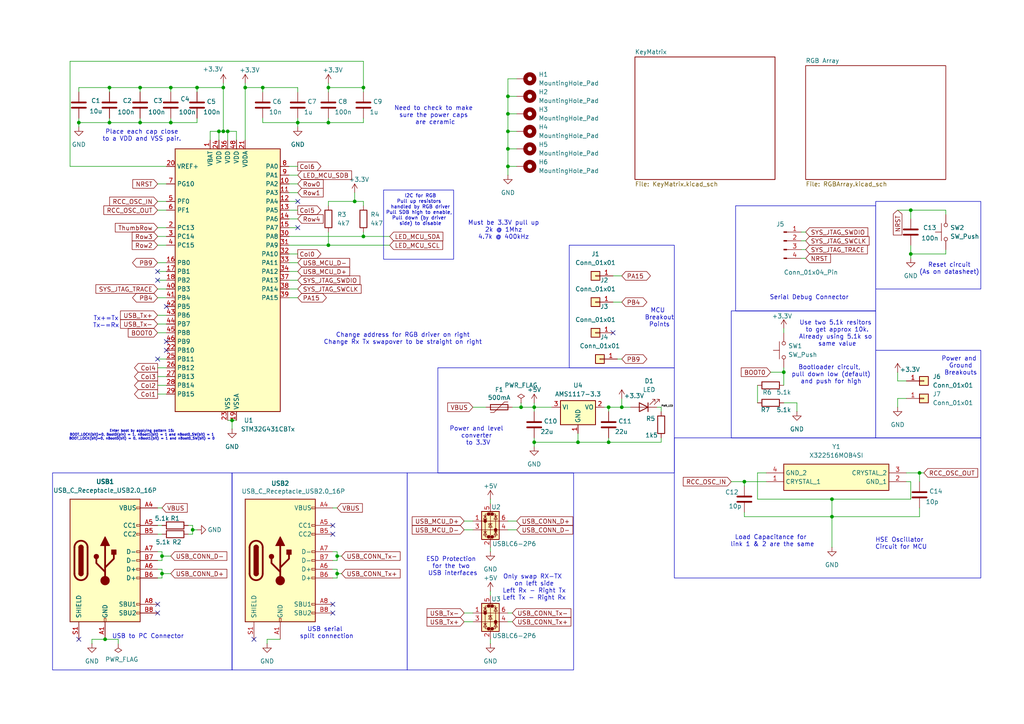
<source format=kicad_sch>
(kicad_sch (version 20250114) (generator "eeschema") (generator_version "9.0")
  (paper "A4")
  (rectangle (start 67.31 137.16) (end 118.11 194.31))
  (rectangle (start 254 58.42) (end 284.48 83.82))
  (rectangle (start 111.252 55.118) (end 131.572 75.184))
  (rectangle (start 195.58 127) (end 284.48 167.64))
  (rectangle (start 15.24 137.16) (end 67.31 194.31))
  (rectangle (start 127 106.68) (end 195.58 137.16))
  (rectangle (start 254 101.6) (end 284.48 127))
  (rectangle (start 165.1 71.12) (end 195.58 106.68))
  (rectangle (start 213.36 59.69) (end 254 90.17))
  (rectangle (start 212.09 90.17) (end 254 127))
  (rectangle (start 118.11 137.16) (end 166.37 194.31))
  (text "MCU \nBreakout\nPoints" (at 191.262 92.202 0) (effects (font (size 1.27 1.27))))
  (text "Only swap RX-TX \non left side\nLeft Rx - Right Tx\nLeft Tx - Right Rx" (at 154.94 170.434 0) (effects (font (size 1.27 1.27))))
  (text "Need to check to make \nsure the power caps \nare ceramic" (at 126.238 33.528 0) (effects (font (size 1.27 1.27))))
  (text "HSE Oscillator \nCircuit for MCU" (at 261.366 157.734 0) (effects (font (size 1.27 1.27))))
  (text "Must be 3.3V pull up\n2k @ 1Mhz\n4.7k @ 400kHz\n" (at 146.05 66.802 0) (effects (font (size 1.27 1.27))))
  (text "Serial Debug Connector\n" (at 234.696 86.36 0) (effects (font (size 1.27 1.27))))
  (text "Change address for RGB driver on right\nChange Rx Tx swapover to be straight on right" (at 116.84 98.298 0) (effects (font (size 1.27 1.27))))
  (text "Place each cap close\nto a VDD and VSS pair." (at 41.148 39.37 0) (effects (font (size 1.27 1.27))))
  (text "I2C for RGB\nPull up resistors \nhandled by RGB driver\nPull SDB high to enable, \nPull down (by driver \nside) to disable" (at 121.92 60.96 0) (effects (font (size 1 1))))
  (text "Bootloader circuit, \npull down low (default)\nand push for high" (at 241.046 108.712 0) (effects (font (size 1.27 1.27))))
  (text "Use two 5.1k resitors \nto get approx 10k.\nAlready using 5.1k so \nsame value\n" (at 242.824 96.774 0) (effects (font (size 1.27 1.27))))
  (text "Power and \nGround\nBreakouts\n" (at 278.638 106.172 0) (effects (font (size 1.27 1.27))))
  (text "Enter boot by applying pattern 15:\nBOOT_LOCK(bit)=0, Boot0(pin) = 1, nBoot1(bit) = 1 and nBoot0_SW(bit) = 1\nBOOT_LOCK(bit)=0, nBoot0(bit) = 0, nBoot1(bit) = 1 and nBoot0_SW(bit) = 0" (at 41.148 126.238 0) (effects (font (size 0.7 0.7))))
  (text "USB serial \nsplit connection" (at 94.742 183.642 0) (effects (font (size 1.27 1.27))))
  (text "Reset circuit\n(As on datasheet)\n" (at 275.336 77.978 0) (effects (font (size 1.27 1.27))))
  (text "ESD Protection \nfor the two \nUSB interfaces" (at 131.318 164.338 0) (effects (font (size 1.27 1.27))))
  (text "Tx+=Tx\nTx-=Rx" (at 30.734 93.472 0) (effects (font (size 1.27 1.27))))
  (text "Load Capacitance for \nlink 1 & 2 are the same" (at 224.028 156.972 0) (effects (font (size 1.27 1.27))))
  (text "Power and level \nconverter \nto 3.3V" (at 138.684 126.492 0) (effects (font (size 1.27 1.27))))
  (text "USB to PC Connector\n" (at 42.926 184.658 0) (effects (font (size 1.27 1.27))))
  (junction (at 154.94 128.27))
  (junction (at 55.88 153.67))
  (junction (at 40.64 35.56))
  (junction (at 215.9 139.7))
  (junction (at 49.53 35.56))
  (junction (at 64.77 38.1))
  (junction (at 147.32 27.94))
  (junction (at 46.99 166.37))
  (junction (at 264.16 73.66))
  (junction (at 63.5 38.1))
  (junction (at 95.25 25.4))
  (junction (at 95.25 71.12))
  (junction (at 40.64 25.4))
  (junction (at 154.94 118.11))
  (junction (at 241.3 149.86))
  (junction (at 31.75 25.4))
  (junction (at 227.33 107.95))
  (junction (at 76.2 25.4))
  (junction (at 64.77 25.4))
  (junction (at 22.86 35.56))
  (junction (at 176.53 118.11))
  (junction (at 241.3 144.78))
  (junction (at 147.32 38.1))
  (junction (at 266.7 137.16))
  (junction (at 67.31 121.92))
  (junction (at 176.53 128.27))
  (junction (at 86.36 35.56))
  (junction (at 180.34 118.11))
  (junction (at 105.41 25.4))
  (junction (at 167.64 128.27))
  (junction (at 95.25 35.56))
  (junction (at 66.04 38.1))
  (junction (at 71.12 25.4))
  (junction (at 102.87 58.42))
  (junction (at 105.41 68.58))
  (junction (at 49.53 25.4))
  (junction (at 46.99 161.29))
  (junction (at 31.75 35.56))
  (junction (at 147.32 33.02))
  (junction (at 147.32 43.18))
  (junction (at 151.13 118.11))
  (junction (at 264.16 60.96))
  (junction (at 97.79 166.37))
  (junction (at 30.48 185.42))
  (junction (at 57.15 25.4))
  (junction (at 147.32 48.26))
  (junction (at 97.79 161.29))
  (no_connect (at 48.26 88.9))
  (no_connect (at 177.8 96.52))
  (no_connect (at 45.72 78.74))
  (no_connect (at 86.36 66.04))
  (no_connect (at 45.72 177.8))
  (no_connect (at 22.86 185.42))
  (no_connect (at 45.72 175.26))
  (no_connect (at 96.52 175.26))
  (no_connect (at 48.26 101.6))
  (no_connect (at 48.26 99.06))
  (no_connect (at 96.52 152.4))
  (no_connect (at 73.66 185.42))
  (no_connect (at 45.72 81.28))
  (no_connect (at 45.72 104.14))
  (no_connect (at 96.52 177.8))
  (no_connect (at 96.52 154.94))
  (no_connect (at 86.36 58.42))
  (wire (pts (xy 219.71 144.78) (xy 241.3 144.78)))
  (wire (pts (xy 227.33 106.68) (xy 227.33 107.95)))
  (wire (pts (xy 147.32 43.18) (xy 147.32 48.26)))
  (wire (pts (xy 222.25 137.16) (xy 219.71 137.16)))
  (wire (pts (xy 105.41 68.58) (xy 113.03 68.58)))
  (wire (pts (xy 26.67 185.42) (xy 30.48 185.42)))
  (wire (pts (xy 49.53 25.4) (xy 57.15 25.4)))
  (wire (pts (xy 45.72 58.42) (xy 48.26 58.42)))
  (wire (pts (xy 264.16 139.7) (xy 264.16 144.78)))
  (wire (pts (xy 264.16 60.96) (xy 264.16 63.5)))
  (wire (pts (xy 95.25 25.4) (xy 95.25 26.67)))
  (wire (pts (xy 20.32 48.26) (xy 20.32 17.78)))
  (wire (pts (xy 148.59 118.11) (xy 151.13 118.11)))
  (wire (pts (xy 262.89 139.7) (xy 264.16 139.7)))
  (wire (pts (xy 20.32 48.26) (xy 48.26 48.26)))
  (wire (pts (xy 45.72 106.68) (xy 48.26 106.68)))
  (wire (pts (xy 134.62 153.67) (xy 137.16 153.67)))
  (wire (pts (xy 86.36 78.74) (xy 83.82 78.74)))
  (wire (pts (xy 63.5 38.1) (xy 60.96 38.1)))
  (wire (pts (xy 34.29 186.69) (xy 34.29 185.42)))
  (wire (pts (xy 86.36 76.2) (xy 83.82 76.2)))
  (wire (pts (xy 45.72 86.36) (xy 48.26 86.36)))
  (wire (pts (xy 64.77 38.1) (xy 63.5 38.1)))
  (wire (pts (xy 40.64 25.4) (xy 49.53 25.4)))
  (wire (pts (xy 227.33 95.25) (xy 227.33 96.52)))
  (wire (pts (xy 97.79 161.29) (xy 97.79 162.56)))
  (wire (pts (xy 83.82 68.58) (xy 105.41 68.58)))
  (wire (pts (xy 260.35 60.96) (xy 264.16 60.96)))
  (wire (pts (xy 95.25 35.56) (xy 105.41 35.56)))
  (wire (pts (xy 83.82 71.12) (xy 95.25 71.12)))
  (wire (pts (xy 154.94 118.11) (xy 154.94 119.38)))
  (wire (pts (xy 97.79 166.37) (xy 99.06 166.37)))
  (wire (pts (xy 95.25 71.12) (xy 113.03 71.12)))
  (wire (pts (xy 95.25 58.42) (xy 102.87 58.42)))
  (wire (pts (xy 147.32 33.02) (xy 149.86 33.02)))
  (wire (pts (xy 151.13 118.11) (xy 154.94 118.11)))
  (wire (pts (xy 45.72 104.14) (xy 48.26 104.14)))
  (wire (pts (xy 233.68 72.39) (xy 232.41 72.39)))
  (wire (pts (xy 233.68 74.93) (xy 232.41 74.93)))
  (wire (pts (xy 45.72 53.34) (xy 48.26 53.34)))
  (wire (pts (xy 96.52 167.64) (xy 97.79 167.64)))
  (wire (pts (xy 215.9 148.59) (xy 215.9 149.86)))
  (wire (pts (xy 86.36 34.29) (xy 86.36 35.56)))
  (wire (pts (xy 86.36 83.82) (xy 83.82 83.82)))
  (wire (pts (xy 137.16 118.11) (xy 140.97 118.11)))
  (wire (pts (xy 86.36 48.26) (xy 83.82 48.26)))
  (wire (pts (xy 102.87 55.88) (xy 102.87 58.42)))
  (wire (pts (xy 96.52 147.32) (xy 97.79 147.32)))
  (wire (pts (xy 45.72 165.1) (xy 46.99 165.1)))
  (wire (pts (xy 46.99 165.1) (xy 46.99 166.37)))
  (wire (pts (xy 264.16 73.66) (xy 274.32 73.66)))
  (wire (pts (xy 46.99 162.56) (xy 45.72 162.56)))
  (wire (pts (xy 147.32 33.02) (xy 147.32 38.1)))
  (wire (pts (xy 45.72 160.02) (xy 46.99 160.02)))
  (wire (pts (xy 76.2 34.29) (xy 76.2 35.56)))
  (wire (pts (xy 175.26 118.11) (xy 176.53 118.11)))
  (wire (pts (xy 45.72 81.28) (xy 48.26 81.28)))
  (wire (pts (xy 177.8 87.63) (xy 180.34 87.63)))
  (wire (pts (xy 86.36 86.36) (xy 83.82 86.36)))
  (wire (pts (xy 86.36 81.28) (xy 83.82 81.28)))
  (wire (pts (xy 96.52 165.1) (xy 97.79 165.1)))
  (wire (pts (xy 76.2 25.4) (xy 76.2 26.67)))
  (wire (pts (xy 63.5 38.1) (xy 63.5 40.64)))
  (wire (pts (xy 177.8 80.01) (xy 180.34 80.01)))
  (wire (pts (xy 71.12 25.4) (xy 76.2 25.4)))
  (wire (pts (xy 154.94 127) (xy 154.94 128.27)))
  (wire (pts (xy 227.33 116.84) (xy 231.14 116.84)))
  (wire (pts (xy 134.62 177.8) (xy 137.16 177.8)))
  (wire (pts (xy 45.72 76.2) (xy 48.26 76.2)))
  (wire (pts (xy 34.29 185.42) (xy 30.48 185.42)))
  (wire (pts (xy 142.24 185.42) (xy 142.24 186.69)))
  (wire (pts (xy 241.3 144.78) (xy 241.3 149.86)))
  (wire (pts (xy 45.72 66.04) (xy 48.26 66.04)))
  (wire (pts (xy 105.41 67.31) (xy 105.41 68.58)))
  (wire (pts (xy 97.79 162.56) (xy 96.52 162.56)))
  (wire (pts (xy 148.59 177.8) (xy 147.32 177.8)))
  (wire (pts (xy 86.36 63.5) (xy 83.82 63.5)))
  (wire (pts (xy 40.64 34.29) (xy 40.64 35.56)))
  (wire (pts (xy 219.71 137.16) (xy 219.71 144.78)))
  (wire (pts (xy 45.72 93.98) (xy 48.26 93.98)))
  (wire (pts (xy 55.88 153.67) (xy 57.15 153.67)))
  (wire (pts (xy 67.31 121.92) (xy 67.31 124.46)))
  (wire (pts (xy 86.36 66.04) (xy 83.82 66.04)))
  (wire (pts (xy 154.94 116.84) (xy 154.94 118.11)))
  (wire (pts (xy 54.61 154.94) (xy 55.88 154.94)))
  (wire (pts (xy 266.7 137.16) (xy 267.97 137.16)))
  (wire (pts (xy 266.7 149.86) (xy 241.3 149.86)))
  (wire (pts (xy 64.77 25.4) (xy 64.77 38.1)))
  (wire (pts (xy 149.86 151.13) (xy 147.32 151.13)))
  (wire (pts (xy 215.9 149.86) (xy 241.3 149.86)))
  (wire (pts (xy 102.87 58.42) (xy 105.41 58.42)))
  (wire (pts (xy 154.94 118.11) (xy 160.02 118.11)))
  (wire (pts (xy 95.25 24.13) (xy 95.25 25.4)))
  (wire (pts (xy 49.53 35.56) (xy 40.64 35.56)))
  (wire (pts (xy 95.25 59.69) (xy 95.25 58.42)))
  (wire (pts (xy 95.25 67.31) (xy 95.25 71.12)))
  (wire (pts (xy 147.32 43.18) (xy 149.86 43.18)))
  (wire (pts (xy 55.88 152.4) (xy 55.88 153.67)))
  (wire (pts (xy 147.32 48.26) (xy 147.32 50.8)))
  (wire (pts (xy 46.99 166.37) (xy 49.53 166.37)))
  (wire (pts (xy 46.99 161.29) (xy 46.99 162.56)))
  (wire (pts (xy 22.86 35.56) (xy 31.75 35.56)))
  (wire (pts (xy 86.36 35.56) (xy 86.36 36.83)))
  (wire (pts (xy 45.72 68.58) (xy 48.26 68.58)))
  (wire (pts (xy 71.12 24.13) (xy 71.12 25.4)))
  (wire (pts (xy 179.07 104.14) (xy 180.34 104.14)))
  (wire (pts (xy 134.62 180.34) (xy 137.16 180.34)))
  (wire (pts (xy 266.7 137.16) (xy 266.7 139.7)))
  (wire (pts (xy 31.75 35.56) (xy 40.64 35.56)))
  (wire (pts (xy 49.53 34.29) (xy 49.53 35.56)))
  (wire (pts (xy 45.72 152.4) (xy 46.99 152.4)))
  (wire (pts (xy 223.52 107.95) (xy 227.33 107.95)))
  (wire (pts (xy 45.72 109.22) (xy 48.26 109.22)))
  (wire (pts (xy 66.04 38.1) (xy 66.04 40.64)))
  (wire (pts (xy 46.99 166.37) (xy 46.99 167.64)))
  (wire (pts (xy 86.36 60.96) (xy 83.82 60.96)))
  (wire (pts (xy 31.75 25.4) (xy 31.75 26.67)))
  (wire (pts (xy 142.24 144.78) (xy 142.24 146.05)))
  (wire (pts (xy 96.52 160.02) (xy 97.79 160.02)))
  (wire (pts (xy 266.7 149.86) (xy 266.7 147.32)))
  (wire (pts (xy 22.86 25.4) (xy 22.86 26.67)))
  (wire (pts (xy 71.12 25.4) (xy 71.12 40.64)))
  (wire (pts (xy 45.72 60.96) (xy 48.26 60.96)))
  (wire (pts (xy 45.72 96.52) (xy 48.26 96.52)))
  (wire (pts (xy 147.32 22.86) (xy 147.32 27.94)))
  (wire (pts (xy 86.36 73.66) (xy 83.82 73.66)))
  (wire (pts (xy 180.34 118.11) (xy 182.88 118.11)))
  (wire (pts (xy 95.25 35.56) (xy 95.25 34.29)))
  (wire (pts (xy 45.72 167.64) (xy 46.99 167.64)))
  (wire (pts (xy 262.89 115.57) (xy 260.35 115.57)))
  (wire (pts (xy 46.99 147.32) (xy 45.72 147.32)))
  (wire (pts (xy 147.32 38.1) (xy 147.32 43.18)))
  (wire (pts (xy 26.67 185.42) (xy 26.67 186.69)))
  (wire (pts (xy 147.32 38.1) (xy 149.86 38.1)))
  (wire (pts (xy 147.32 27.94) (xy 147.32 33.02)))
  (wire (pts (xy 134.62 151.13) (xy 137.16 151.13)))
  (wire (pts (xy 215.9 139.7) (xy 215.9 140.97)))
  (wire (pts (xy 154.94 128.27) (xy 154.94 129.54)))
  (wire (pts (xy 45.72 111.76) (xy 48.26 111.76)))
  (wire (pts (xy 241.3 149.86) (xy 241.3 158.75)))
  (wire (pts (xy 97.79 166.37) (xy 97.79 167.64)))
  (wire (pts (xy 191.77 127) (xy 191.77 128.27)))
  (wire (pts (xy 190.5 118.11) (xy 191.77 118.11)))
  (wire (pts (xy 22.86 25.4) (xy 31.75 25.4)))
  (wire (pts (xy 274.32 72.39) (xy 274.32 73.66)))
  (wire (pts (xy 60.96 38.1) (xy 60.96 40.64)))
  (wire (pts (xy 191.77 128.27) (xy 176.53 128.27)))
  (wire (pts (xy 66.04 121.92) (xy 67.31 121.92)))
  (wire (pts (xy 45.72 114.3) (xy 48.26 114.3)))
  (wire (pts (xy 40.64 25.4) (xy 40.64 26.67)))
  (wire (pts (xy 45.72 78.74) (xy 48.26 78.74)))
  (wire (pts (xy 77.47 185.42) (xy 81.28 185.42)))
  (wire (pts (xy 57.15 25.4) (xy 64.77 25.4)))
  (wire (pts (xy 46.99 161.29) (xy 49.53 161.29)))
  (wire (pts (xy 57.15 34.29) (xy 57.15 35.56)))
  (wire (pts (xy 66.04 38.1) (xy 64.77 38.1)))
  (wire (pts (xy 260.35 115.57) (xy 260.35 118.11)))
  (wire (pts (xy 76.2 25.4) (xy 86.36 25.4)))
  (wire (pts (xy 149.86 48.26) (xy 147.32 48.26)))
  (wire (pts (xy 68.58 38.1) (xy 66.04 38.1)))
  (wire (pts (xy 97.79 165.1) (xy 97.79 166.37)))
  (wire (pts (xy 86.36 53.34) (xy 83.82 53.34)))
  (wire (pts (xy 57.15 25.4) (xy 57.15 26.67)))
  (wire (pts (xy 149.86 153.67) (xy 147.32 153.67)))
  (wire (pts (xy 22.86 34.29) (xy 22.86 35.56)))
  (wire (pts (xy 142.24 158.75) (xy 142.24 160.02)))
  (wire (pts (xy 105.41 25.4) (xy 105.41 26.67)))
  (wire (pts (xy 167.64 128.27) (xy 176.53 128.27)))
  (wire (pts (xy 219.71 111.76) (xy 219.71 116.84)))
  (wire (pts (xy 142.24 171.45) (xy 142.24 172.72)))
  (wire (pts (xy 45.72 83.82) (xy 48.26 83.82)))
  (wire (pts (xy 45.72 91.44) (xy 48.26 91.44)))
  (wire (pts (xy 151.13 116.84) (xy 151.13 118.11)))
  (wire (pts (xy 86.36 58.42) (xy 83.82 58.42)))
  (wire (pts (xy 22.86 35.56) (xy 22.86 36.83)))
  (wire (pts (xy 97.79 161.29) (xy 99.06 161.29)))
  (wire (pts (xy 264.16 74.93) (xy 264.16 73.66)))
  (wire (pts (xy 67.31 121.92) (xy 68.58 121.92)))
  (wire (pts (xy 191.77 118.11) (xy 191.77 119.38)))
  (wire (pts (xy 148.59 180.34) (xy 147.32 180.34)))
  (wire (pts (xy 176.53 118.11) (xy 176.53 119.38)))
  (wire (pts (xy 274.32 60.96) (xy 274.32 62.23)))
  (wire (pts (xy 86.36 25.4) (xy 86.36 26.67)))
  (wire (pts (xy 262.89 110.49) (xy 260.35 110.49)))
  (wire (pts (xy 180.34 115.57) (xy 180.34 118.11)))
  (wire (pts (xy 86.36 55.88) (xy 83.82 55.88)))
  (wire (pts (xy 154.94 128.27) (xy 167.64 128.27)))
  (wire (pts (xy 68.58 40.64) (xy 68.58 38.1)))
  (wire (pts (xy 45.72 154.94) (xy 46.99 154.94)))
  (wire (pts (xy 55.88 154.94) (xy 55.88 153.67)))
  (wire (pts (xy 31.75 25.4) (xy 40.64 25.4)))
  (wire (pts (xy 76.2 35.56) (xy 86.36 35.56)))
  (wire (pts (xy 49.53 25.4) (xy 49.53 26.67)))
  (wire (pts (xy 241.3 144.78) (xy 264.16 144.78)))
  (wire (pts (xy 167.64 128.27) (xy 167.64 125.73)))
  (wire (pts (xy 212.09 139.7) (xy 215.9 139.7)))
  (wire (pts (xy 77.47 185.42) (xy 77.47 186.69)))
  (wire (pts (xy 105.41 58.42) (xy 105.41 59.69)))
  (wire (pts (xy 86.36 35.56) (xy 95.25 35.56)))
  (wire (pts (xy 20.32 17.78) (xy 105.41 17.78)))
  (wire (pts (xy 222.25 139.7) (xy 215.9 139.7)))
  (wire (pts (xy 45.72 71.12) (xy 48.26 71.12)))
  (wire (pts (xy 31.75 34.29) (xy 31.75 35.56)))
  (wire (pts (xy 231.14 116.84) (xy 231.14 119.38)))
  (wire (pts (xy 176.53 118.11) (xy 180.34 118.11)))
  (wire (pts (xy 86.36 50.8) (xy 83.82 50.8)))
  (wire (pts (xy 64.77 24.13) (xy 64.77 25.4)))
  (wire (pts (xy 176.53 127) (xy 176.53 128.27)))
  (wire (pts (xy 54.61 152.4) (xy 55.88 152.4)))
  (wire (pts (xy 57.15 35.56) (xy 49.53 35.56)))
  (wire (pts (xy 95.25 25.4) (xy 105.41 25.4)))
  (wire (pts (xy 149.86 27.94) (xy 147.32 27.94)))
  (wire (pts (xy 233.68 69.85) (xy 232.41 69.85)))
  (wire (pts (xy 262.89 137.16) (xy 266.7 137.16)))
  (wire (pts (xy 149.86 22.86) (xy 147.32 22.86)))
  (wire (pts (xy 233.68 67.31) (xy 232.41 67.31)))
  (wire (pts (xy 264.16 71.12) (xy 264.16 73.66)))
  (wire (pts (xy 264.16 60.96) (xy 274.32 60.96)))
  (wire (pts (xy 97.79 160.02) (xy 97.79 161.29)))
  (wire (pts (xy 46.99 160.02) (xy 46.99 161.29)))
  (wire (pts (xy 105.41 35.56) (xy 105.41 34.29)))
  (wire (pts (xy 260.35 110.49) (xy 260.35 107.95)))
  (wire (pts (xy 227.33 107.95) (xy 227.33 111.76)))
  (wire (pts (xy 105.41 17.78) (xy 105.41 25.4)))
  (label "PWR_LED" (at 191.77 118.11 0) (effects (font (size 0.5 0.5))))
  (global_label "Col4" (shape output) (at 45.72 106.68 180) (property "Intersheetrefs" "${INTERSHEET_REFS}" (effects (hide yes))))
  (global_label "LED_MCU_SCL" (shape input) (at 113.03 71.12 0) (property "Intersheetrefs" "${INTERSHEET_REFS}" (effects (hide yes))))
  (global_label "USB_Tx-" (shape input) (at 134.62 177.8 180) (property "Intersheetrefs" "${INTERSHEET_REFS}" (effects (hide yes))))
  (global_label "USB_MCU_D+" (shape input) (at 86.36 78.74 0) (property "Intersheetrefs" "${INTERSHEET_REFS}" (effects (hide yes))))
  (global_label "Row1" (shape input) (at 86.36 55.88 0) (property "Intersheetrefs" "${INTERSHEET_REFS}" (effects (hide yes))))
  (global_label "SYS_JTAG_TRACE" (shape input) (at 45.72 83.82 180) (property "Intersheetrefs" "${INTERSHEET_REFS}" (effects (hide yes))))
  (global_label "SYS_JTAG_SWCLK" (shape input) (at 233.68 69.85 0) (property "Intersheetrefs" "${INTERSHEET_REFS}" (effects (hide yes))))
  (global_label "Col6" (shape output) (at 86.36 48.26 0) (property "Intersheetrefs" "${INTERSHEET_REFS}" (effects (hide yes))))
  (global_label "BOOT0" (shape input) (at 45.72 96.52 180) (property "Intersheetrefs" "${INTERSHEET_REFS}" (effects (hide yes))))
  (global_label "Row0" (shape input) (at 86.36 53.34 0) (property "Intersheetrefs" "${INTERSHEET_REFS}" (effects (hide yes))))
  (global_label "Row3" (shape input) (at 45.72 68.58 180) (property "Intersheetrefs" "${INTERSHEET_REFS}" (effects (hide yes))))
  (global_label "RCC_OSC_OUT" (shape input) (at 45.72 60.96 180) (property "Intersheetrefs" "${INTERSHEET_REFS}" (effects (hide yes))))
  (global_label "USB_MCU_D-" (shape input) (at 86.36 76.2 0) (property "Intersheetrefs" "${INTERSHEET_REFS}" (effects (hide yes))))
  (global_label "RCC_OSC_IN" (shape input) (at 212.09 139.7 180) (property "Intersheetrefs" "${INTERSHEET_REFS}" (effects (hide yes))))
  (global_label "SYS_JTAG_SWCLK" (shape input) (at 86.36 83.82 0) (property "Intersheetrefs" "${INTERSHEET_REFS}" (effects (hide yes))))
  (global_label "VBUS" (shape input) (at 137.16 118.11 180) (property "Intersheetrefs" "${INTERSHEET_REFS}" (effects (hide yes))))
  (global_label "USB_CONN_D-" (shape input) (at 149.86 153.67 0) (property "Intersheetrefs" "${INTERSHEET_REFS}" (effects (hide yes))))
  (global_label "Col2" (shape output) (at 45.72 111.76 180) (property "Intersheetrefs" "${INTERSHEET_REFS}" (effects (hide yes))))
  (global_label "USB_CONN_D+" (shape input) (at 49.53 166.37 0) (property "Intersheetrefs" "${INTERSHEET_REFS}" (effects (hide yes))))
  (global_label "PA15" (shape bidirectional) (at 86.36 86.36 0) (property "Intersheetrefs" "${INTERSHEET_REFS}" (effects (hide yes))))
  (global_label "RCC_OSC_IN" (shape input) (at 45.72 58.42 180) (property "Intersheetrefs" "${INTERSHEET_REFS}" (effects (hide yes))))
  (global_label "RCC_OSC_OUT" (shape input) (at 267.97 137.16 0) (property "Intersheetrefs" "${INTERSHEET_REFS}" (effects (hide yes))))
  (global_label "Col5" (shape output) (at 86.36 60.96 0) (property "Intersheetrefs" "${INTERSHEET_REFS}" (effects (hide yes))))
  (global_label "NRST" (shape input) (at 233.68 74.93 0) (property "Intersheetrefs" "${INTERSHEET_REFS}" (effects (hide yes))))
  (global_label "LED_MCU_SDB" (shape input) (at 86.36 50.8 0) (property "Intersheetrefs" "${INTERSHEET_REFS}" (effects (hide yes))))
  (global_label "USB_CONN_D-" (shape input) (at 49.53 161.29 0) (property "Intersheetrefs" "${INTERSHEET_REFS}" (effects (hide yes))))
  (global_label "PB9" (shape bidirectional) (at 45.72 76.2 180) (property "Intersheetrefs" "${INTERSHEET_REFS}" (effects (hide yes))))
  (global_label "VBUS" (shape input) (at 97.79 147.32 0) (property "Intersheetrefs" "${INTERSHEET_REFS}" (effects (hide yes))))
  (global_label "Col1" (shape output) (at 45.72 114.3 180) (property "Intersheetrefs" "${INTERSHEET_REFS}" (effects (hide yes))))
  (global_label "USB_MCU_D+" (shape input) (at 134.62 151.13 180) (property "Intersheetrefs" "${INTERSHEET_REFS}" (effects (hide yes))))
  (global_label "PB4" (shape bidirectional) (at 180.34 87.63 0) (property "Intersheetrefs" "${INTERSHEET_REFS}" (effects (hide yes))))
  (global_label "USB_CONN_Tx+" (shape input) (at 148.59 180.34 0) (property "Intersheetrefs" "${INTERSHEET_REFS}" (effects (hide yes))))
  (global_label "Row4" (shape input) (at 86.36 63.5 0) (property "Intersheetrefs" "${INTERSHEET_REFS}" (effects (hide yes))))
  (global_label "VBUS" (shape input) (at 46.99 147.32 0) (property "Intersheetrefs" "${INTERSHEET_REFS}" (effects (hide yes))))
  (global_label "NRST" (shape input) (at 260.35 60.96 270) (property "Intersheetrefs" "${INTERSHEET_REFS}" (effects (hide yes))))
  (global_label "SYS_JTAG_TRACE" (shape input) (at 233.68 72.39 0) (property "Intersheetrefs" "${INTERSHEET_REFS}" (effects (hide yes))))
  (global_label "BOOT0" (shape input) (at 223.52 107.95 180) (property "Intersheetrefs" "${INTERSHEET_REFS}" (effects (hide yes))))
  (global_label "USB_Tx+" (shape input) (at 134.62 180.34 180) (property "Intersheetrefs" "${INTERSHEET_REFS}" (effects (hide yes))))
  (global_label "Row2" (shape input) (at 45.72 71.12 180) (property "Intersheetrefs" "${INTERSHEET_REFS}" (effects (hide yes))))
  (global_label "USB_MCU_D-" (shape input) (at 134.62 153.67 180) (property "Intersheetrefs" "${INTERSHEET_REFS}" (effects (hide yes))))
  (global_label "USB_CONN_Tx-" (shape input) (at 99.06 161.29 0) (property "Intersheetrefs" "${INTERSHEET_REFS}" (effects (hide yes))))
  (global_label "Col3" (shape output) (at 45.72 109.22 180) (property "Intersheetrefs" "${INTERSHEET_REFS}" (effects (hide yes))))
  (global_label "ThumbRow" (shape input) (at 45.72 66.04 180) (property "Intersheetrefs" "${INTERSHEET_REFS}" (effects (hide yes))))
  (global_label "USB_CONN_D+" (shape input) (at 149.86 151.13 0) (property "Intersheetrefs" "${INTERSHEET_REFS}" (effects (hide yes))))
  (global_label "NRST" (shape input) (at 45.72 53.34 180) (property "Intersheetrefs" "${INTERSHEET_REFS}" (effects (hide yes))))
  (global_label "PB4" (shape bidirectional) (at 45.72 86.36 180) (property "Intersheetrefs" "${INTERSHEET_REFS}" (effects (hide yes))))
  (global_label "PA15" (shape bidirectional) (at 180.34 80.01 0) (property "Intersheetrefs" "${INTERSHEET_REFS}" (effects (hide yes))))
  (global_label "PB9" (shape bidirectional) (at 180.34 104.14 0) (property "Intersheetrefs" "${INTERSHEET_REFS}" (effects (hide yes))))
  (global_label "Col0" (shape output) (at 86.36 73.66 0) (property "Intersheetrefs" "${INTERSHEET_REFS}" (effects (hide yes))))
  (global_label "SYS_JTAG_SWDIO" (shape input) (at 233.68 67.31 0) (property "Intersheetrefs" "${INTERSHEET_REFS}" (effects (hide yes))))
  (global_label "SYS_JTAG_SWDIO" (shape input) (at 86.36 81.28 0) (property "Intersheetrefs" "${INTERSHEET_REFS}" (effects (hide yes))))
  (global_label "USB_CONN_Tx+" (shape input) (at 99.06 166.37 0) (property "Intersheetrefs" "${INTERSHEET_REFS}" (effects (hide yes))))
  (global_label "USB_Tx+" (shape input) (at 45.72 91.44 180) (property "Intersheetrefs" "${INTERSHEET_REFS}" (effects (hide yes))))
  (global_label "USB_Tx-" (shape input) (at 45.72 93.98 180) (property "Intersheetrefs" "${INTERSHEET_REFS}" (effects (hide yes))))
  (global_label "USB_CONN_Tx-" (shape input) (at 148.59 177.8 0) (property "Intersheetrefs" "${INTERSHEET_REFS}" (effects (hide yes))))
  (global_label "LED_MCU_SDA" (shape input) (at 113.03 68.58 0) (property "Intersheetrefs" "${INTERSHEET_REFS}" (effects (hide yes))))
  (symbol (lib_id "power:PWR_FLAG") (at 151.13 116.84 0) (unit 1)
    (property "Reference" "#FLG02" (effects (hide yes)))
    (property "Value" "PWR_FLAG" (at 151.13 111.76 0))
    (property "Description" "Special symbol for telling ERC where power comes from" (effects (hide yes)))
  )
  (symbol (lib_id "Mechanical:MountingHole_Pad") (at 152.4 33.02 270) (unit 1) (in_bom no)
    (property "Reference" "H3" (at 156.21 31.7499 90) (effects (justify left)))
    (property "Value" "MountingHole_Pad" (at 156.21 34.2899 90) (effects (justify left)))
    (property "Footprint" "MountingHole:MountingHole_2.2mm_M2_Pad" (effects (hide yes)))
    (property "Description" "Mounting Hole with connection" (effects (hide yes)))
  )
  (symbol (lib_id "Device:C") (at 105.41 30.48 0) (unit 1)
    (property "Reference" "C9" (at 108.204 29.464 0) (effects (justify left)))
    (property "Value" "1u" (at 107.188 32.512 0) (effects (justify left)))
    (property "Footprint" "Capacitor_SMD:C_0603_1608Metric" (effects (hide yes)))
    (property "Description" "Unpolarized capacitor" (effects (hide yes)))
  )
  (symbol (lib_id "power:GND") (at 77.47 186.69 0) (unit 1)
    (property "Reference" "#PWR07" (effects (hide yes)))
    (property "Value" "GND" (at 77.47 191.77 0))
    (property "Description" "Power symbol creates a global label with name \"GND\" , ground" (effects (hide yes)))
  )
  (symbol (lib_id "Mechanical:MountingHole_Pad") (at 152.4 48.26 270) (unit 1) (in_bom no)
    (property "Reference" "H6" (at 156.21 46.9899 90) (effects (justify left)))
    (property "Value" "MountingHole_Pad" (at 156.21 49.5299 90) (effects (justify left)))
    (property "Footprint" "MountingHole:MountingHole_2.2mm_M2_Pad" (effects (hide yes)))
    (property "Description" "Mounting Hole with connection" (effects (hide yes)))
  )
  (symbol (lib_id "Mechanical:MountingHole_Pad") (at 152.4 22.86 270) (unit 1) (in_bom no)
    (property "Reference" "H1" (at 156.21 21.5899 90) (effects (justify left)))
    (property "Value" "MountingHole_Pad" (at 156.21 24.1299 90) (effects (justify left)))
    (property "Footprint" "MountingHole:MountingHole_2.2mm_M2_Pad" (effects (hide yes)))
    (property "Description" "Mounting Hole with connection" (effects (hide yes)))
  )
  (symbol (lib_id "Device:R") (at 191.77 123.19 180) (unit 1)
    (property "Reference" "R5" (at 188.722 121.412 0))
    (property "Value" "1k5" (at 188.976 126.238 0))
    (property "Footprint" "Resistor_SMD:R_0603_1608Metric" (effects (hide yes)))
    (property "Description" "Resistor" (effects (hide yes)))
  )
  (symbol (lib_id "Device:C") (at 215.9 144.78 0) (unit 1)
    (property "Reference" "C12" (at 210.312 142.748 0) (effects (justify left)))
    (property "Value" "10p" (at 211.328 146.812 0) (effects (justify left)))
    (property "Footprint" "Capacitor_SMD:C_0402_1005Metric" (effects (hide yes)))
    (property "Description" "Unpolarized capacitor" (effects (hide yes)))
  )
  (symbol (lib_id "Mechanical:MountingHole_Pad") (at 152.4 43.18 270) (unit 1) (in_bom no)
    (property "Reference" "H5" (at 156.21 41.9099 90) (effects (justify left)))
    (property "Value" "MountingHole_Pad" (at 156.21 44.4499 90) (effects (justify left)))
    (property "Footprint" "MountingHole:MountingHole_2.2mm_M2_Pad" (effects (hide yes)))
    (property "Description" "Mounting Hole with connection" (effects (hide yes)))
  )
  (symbol (lib_id "MCU_ST_STM32G4:STM32G431CBTx") (at 66.04 81.28 0) (unit 1)
    (property "Reference" "U1" (at 70.7233 121.92 0) (effects (justify left)))
    (property "Value" "STM32G431CBTx" (at 69.85 124.46 0) (effects (justify left)))
    (property "Footprint" "Package_QFP:LQFP-48_7x7mm_P0.5mm" (effects (hide yes)))
    (property "Datasheet" "https://www.st.com/resource/en/datasheet/stm32g431cb.pdf" (effects (hide yes)))
    (property "Description" "STMicroelectronics Arm Cortex-M4 MCU, 128KB flash, 32KB RAM, 170 MHz, 1.71-3.6V, 38 GPIO, LQFP48" (effects (hide yes)))
  )
  (symbol (lib_id "power:+5V") (at 142.24 144.78 0) (unit 1)
    (property "Reference" "#PWR011" (effects (hide yes)))
    (property "Value" "+5V" (at 142.24 140.97 0))
    (property "Description" "Power symbol creates a global label with name \"+5V\"" (effects (hide yes)))
  )
  (symbol (lib_id "Connector:Conn_01x04_Pin") (at 227.33 69.85 0) (unit 1)
    (property "Reference" "J5" (at 226.314 65.024 0))
    (property "Value" "Conn_01x04_Pin" (at 235.204 78.994 0))
    (property "Footprint" "Connector_Wire:SolderWire-1sqmm_1x04_P5.4mm_D1.4mm_OD2.7mm" (effects (hide yes)))
    (property "Description" "Generic connector, single row, 01x04, script generated" (effects (hide yes)))
  )
  (symbol (lib_id "Power_Protection:USBLC6-2P6") (at 142.24 151.13 0) (unit 1)
    (property "Reference" "U2" (at 142.494 147.066 0) (effects (justify left)))
    (property "Value" "USBLC6-2P6" (at 142.748 157.734 0) (effects (justify left)))
    (property "Footprint" "Package_TO_SOT_SMD:SOT-666" (effects (hide yes)))
    (property "Datasheet" "https://www.st.com/resource/en/datasheet/usblc6-2.pdf" (effects (hide yes)))
    (property "Description" "Very low capacitance ESD protection diode, 2 data-line, SOT-666" (effects (hide yes)))
    (property "Link" "https://jlcpcb.com/partdetail/31512546-USBLC6_2P6_UMW/C29780639" (effects (hide yes)))
  )
  (symbol (lib_id "power:GND") (at 154.94 129.54 0) (unit 1)
    (property "Reference" "#PWR017" (effects (hide yes)))
    (property "Value" "GND" (at 154.94 134.62 0))
    (property "Description" "Power symbol creates a global label with name \"GND\" , ground" (effects (hide yes)))
  )
  (symbol (lib_id "Mechanical:MountingHole_Pad") (at 152.4 38.1 270) (unit 1) (in_bom no)
    (property "Reference" "H4" (at 156.21 36.8299 90) (effects (justify left)))
    (property "Value" "MountingHole_Pad" (at 156.21 39.3699 90) (effects (justify left)))
    (property "Footprint" "MountingHole:MountingHole_2.2mm_M2_Pad" (effects (hide yes)))
    (property "Description" "Mounting Hole with connection" (effects (hide yes)))
  )
  (symbol (lib_id "Connector_Generic:Conn_01x01") (at 267.97 115.57 0) (unit 1)
    (property "Reference" "J7" (at 270.51 114.2999 0) (effects (justify left)))
    (property "Value" "Conn_01x01" (at 270.51 116.8399 0) (effects (justify left)))
    (property "Footprint" "Connector_Wire:SolderWire-0.1sqmm_1x01_D0.4mm_OD1mm" (effects (hide yes)))
    (property "Description" "Generic connector, single row, 01x01, script generated (kicad-library-utils/schlib/autogen/connector/)" (effects (hide yes)))
  )
  (symbol (lib_id "power:+3.3V") (at 227.33 95.25 0) (unit 1)
    (property "Reference" "#PWR019" (effects (hide yes)))
    (property "Value" "+3.3V" (at 226.822 91.694 0))
    (property "Description" "Power symbol creates a global label with name \"+3.3V\"" (effects (hide yes)))
  )
  (symbol (lib_id "power:+3.3V") (at 95.25 24.13 0) (unit 1)
    (property "Reference" "#PWR09" (effects (hide yes)))
    (property "Value" "+3.3V" (at 96.52 20.32 0))
    (property "Description" "Power symbol creates a global label with name \"+3.3V\"" (effects (hide yes)))
  )
  (symbol (lib_id "Switch:SW_Push") (at 274.32 67.31 90) (unit 1)
    (property "Reference" "SW2" (at 275.59 66.0399 90) (effects (justify right)))
    (property "Value" "SW_Push" (at 275.59 68.5799 90) (effects (justify right)))
    (property "Footprint" "Button_Switch_SMD:SW_SPST_B3U-1000P" (effects (hide yes)))
    (property "Description" "Push button switch, generic, two pins" (effects (hide yes)))
  )
  (symbol (lib_id "Device:Polyfuse") (at 144.78 118.11 90) (unit 1)
    (property "Reference" "F1" (at 144.78 113.03 90))
    (property "Value" "500mA" (at 144.78 115.316 90))
    (property "Footprint" "Fuse:Fuse_1206_3216Metric" (effects (hide yes)))
    (property "Description" "Resettable fuse, polymeric positive temperature coefficient" (effects (hide yes)))
  )
  (symbol (lib_id "Connector_Generic:Conn_01x01") (at 267.97 110.49 0) (unit 1)
    (property "Reference" "J6" (at 270.51 109.2199 0) (effects (justify left)))
    (property "Value" "Conn_01x01" (at 270.51 111.7599 0) (effects (justify left)))
    (property "Footprint" "Connector_Wire:SolderWire-0.1sqmm_1x01_D0.4mm_OD1mm" (effects (hide yes)))
    (property "Description" "Generic connector, single row, 01x01, script generated (kicad-library-utils/schlib/autogen/connector/)" (effects (hide yes)))
  )
  (symbol (lib_id "Connector_Generic:Conn_01x01") (at 172.72 80.01 180) (unit 1)
    (property "Reference" "J1" (at 172.72 73.66 0))
    (property "Value" "Conn_01x01" (at 172.72 76.2 0))
    (property "Footprint" "Connector_Wire:SolderWire-0.1sqmm_1x01_D0.4mm_OD1mm" (effects (hide yes)))
    (property "Description" "Generic connector, single row, 01x01, script generated (kicad-library-utils/schlib/autogen/connector/)" (effects (hide yes)))
  )
  (symbol (lib_id "Connector:USB_C_Receptacle_USB2.0_16P") (at 81.28 162.56 0) (unit 1)
    (property "Reference" "USB2" (at 81.28 140.208 0) (effects (font (thickness 0.254) (bold yes))))
    (property "Value" "USB_C_Receptacle_USB2.0_16P" (at 85.09 142.494 0))
    (property "Footprint" "Connector_USB:USB_C_Receptacle_G-Switch_GT-USB-7010ASV" (effects (hide yes)))
    (property "Datasheet" "https://www.usb.org/sites/default/files/documents/usb_type-c.zip" (effects (hide yes)))
    (property "Description" "USB 2.0-only 16P Type-C Receptacle connector" (effects (hide yes)))
    (property "Link" "https://jlcpcb.com/partdetail/gswitch-GT_USB7010ASV/C2988369" (effects (hide yes)))
  )
  (symbol (lib_id "Connector_Generic:Conn_01x01") (at 172.72 87.63 180) (unit 1)
    (property "Reference" "J2" (at 175.26 81.28 0))
    (property "Value" "Conn_01x01" (at 172.72 83.82 0))
    (property "Footprint" "Connector_Wire:SolderWire-0.1sqmm_1x01_D0.4mm_OD1mm" (effects (hide yes)))
    (property "Description" "Generic connector, single row, 01x01, script generated (kicad-library-utils/schlib/autogen/connector/)" (effects (hide yes)))
  )
  (symbol (lib_id "Switch:SW_Push") (at 227.33 101.6 90) (unit 1)
    (property "Reference" "SW1" (at 228.6 100.3299 90) (effects (justify right)))
    (property "Value" "SW_Push" (at 228.6 102.8699 90) (effects (justify right)))
    (property "Footprint" "Button_Switch_SMD:SW_SPST_B3U-1000P" (effects (hide yes)))
    (property "Description" "Push button switch, generic, two pins" (effects (hide yes)))
  )
  (symbol (lib_id "power:+5V") (at 142.24 171.45 0) (unit 1)
    (property "Reference" "#PWR013" (effects (hide yes)))
    (property "Value" "+5V" (at 142.24 167.64 0))
    (property "Description" "Power symbol creates a global label with name \"+5V\"" (effects (hide yes)))
  )
  (symbol (lib_id "power:GND") (at 264.16 74.93 0) (unit 1)
    (property "Reference" "#PWR024" (effects (hide yes)))
    (property "Value" "GND" (at 264.16 80.01 0))
    (property "Description" "Power symbol creates a global label with name \"GND\" , ground" (effects (hide yes)))
  )
  (symbol (lib_id "Device:LED") (at 186.69 118.11 180) (unit 1)
    (property "Reference" "D1" (at 188.2775 110.49 0))
    (property "Value" "LED" (at 188.2775 113.03 0))
    (property "Footprint" "LED_SMD:LED_0805_2012Metric" (effects (hide yes)))
    (property "Description" "Light emitting diode" (effects (hide yes)))
    (property "Sim.Pins" "1=K 2=A" (effects (hide yes)))
  )
  (symbol (lib_id "Device:C") (at 176.53 123.19 0) (unit 1)
    (property "Reference" "C11" (at 179.324 122.174 0) (effects (justify left)))
    (property "Value" "22u" (at 178.308 125.222 0) (effects (justify left)))
    (property "Footprint" "Capacitor_SMD:C_1206_3216Metric" (effects (hide yes)))
    (property "Description" "Unpolarized capacitor" (effects (hide yes)))
  )
  (symbol (lib_id "power:+3.3V") (at 102.87 55.88 0) (unit 1)
    (property "Reference" "#PWR010" (effects (hide yes)))
    (property "Value" "+3.3V" (at 104.14 52.07 0))
    (property "Description" "Power symbol creates a global label with name \"+3.3V\"" (effects (hide yes)))
  )
  (symbol (lib_id "power:GND") (at 86.36 36.83 0) (unit 1)
    (property "Reference" "#PWR08" (effects (hide yes)))
    (property "Value" "GND" (at 86.36 41.91 0))
    (property "Description" "Power symbol creates a global label with name \"GND\" , ground" (effects (hide yes)))
  )
  (symbol (lib_id "power:GND") (at 22.86 36.83 0) (unit 1)
    (property "Reference" "#PWR01" (effects (hide yes)))
    (property "Value" "GND" (at 22.86 41.91 0))
    (property "Description" "Power symbol creates a global label with name \"GND\" , ground" (effects (hide yes)))
  )
  (symbol (lib_id "power:GND") (at 241.3 158.75 0) (unit 1)
    (property "Reference" "#PWR021" (effects (hide yes)))
    (property "Value" "GND" (at 241.3 163.83 0))
    (property "Description" "Power symbol creates a global label with name \"GND\" , ground" (effects (hide yes)))
  )
  (symbol (lib_id "Device:C") (at 86.36 30.48 0) (unit 1)
    (property "Reference" "C7" (at 89.154 29.464 0) (effects (justify left)))
    (property "Value" "1u" (at 88.138 32.512 0) (effects (justify left)))
    (property "Footprint" "Capacitor_SMD:C_0603_1608Metric" (effects (hide yes)))
    (property "Description" "Unpolarized capacitor" (effects (hide yes)))
  )
  (symbol (lib_id "Power_Protection:USBLC6-2P6") (at 142.24 177.8 0) (unit 1)
    (property "Reference" "U3" (at 142.494 173.736 0) (effects (justify left)))
    (property "Value" "USBLC6-2P6" (at 142.748 184.404 0) (effects (justify left)))
    (property "Footprint" "Package_TO_SOT_SMD:SOT-666" (effects (hide yes)))
    (property "Datasheet" "https://www.st.com/resource/en/datasheet/usblc6-2.pdf" (effects (hide yes)))
    (property "Description" "Very low capacitance ESD protection diode, 2 data-line, SOT-666" (effects (hide yes)))
  )
  (symbol (lib_id "SamacSys_Parts:X322516MOB4SI") (at 222.25 137.16 0) (unit 1)
    (property "Reference" "Y1" (at 242.57 129.54 0))
    (property "Value" "X322516MOB4SI" (at 242.57 132.08 0))
    (property "Footprint" "SamacSys_Parts:X322516MOB4SI" (effects (hide yes)))
    (property "Datasheet" "https://datasheet.lcsc.com/szlcsc/Yangxing-Tech-X322516MOB4SI_C12668.pdf" (effects (hide yes)))
    (property "Description" "16MHz +/-10ppm SMD-3225_4P SMD Crystal Resonators" (effects (hide yes)))
    (property "Height" "0.8" (effects (hide yes)))
    (property "Manufacturer_Name" "Yangxing Tech" (effects (hide yes)))
    (property "Manufacturer_Part_Number" "X322516MOB4SI" (effects (hide yes)))
    (property "Link1" "https://jlcpcb.com/partdetail/Yxc_CrystalOscillators-X322516MOB4SI/C12668" (effects (hide yes)))
    (property "Link2" "https://za.rs-online.com/web/p/crystal-units/1712765?cm_mmc=ZA-PLA-DS3A-_-google-_-PLA_ZA_EN_PMAX_Catch+All-_--_-1712765&matchtype=&&gclsrc=aw.ds&gad_source=1&gad_campaignid=20574379828&gclid=Cj0KCQjwgvnCBhCqARIsADBLZoK9jNeg1b5b6Et591tjkL7akk3ukOVb_sr3d97PKCrE3KEJZamjL4saAjJ9EALw_wcB" (effects (hide yes)))
  )
  (symbol (lib_id "Mechanical:MountingHole_Pad") (at 152.4 27.94 270) (unit 1) (in_bom no)
    (property "Reference" "H2" (at 156.21 26.6699 90) (effects (justify left)))
    (property "Value" "MountingHole_Pad" (at 156.21 29.2099 90) (effects (justify left)))
    (property "Footprint" "MountingHole:MountingHole_2.2mm_M2_Pad" (effects (hide yes)))
    (property "Description" "Mounting Hole with connection" (effects (hide yes)))
  )
  (symbol (lib_id "Device:C") (at 266.7 143.51 0) (unit 1)
    (property "Reference" "C14" (at 269.494 142.494 0) (effects (justify left)))
    (property "Value" "10p" (at 268.478 145.542 0) (effects (justify left)))
    (property "Footprint" "Capacitor_SMD:C_0402_1005Metric" (effects (hide yes)))
    (property "Description" "Unpolarized capacitor" (effects (hide yes)))
  )
  (symbol (lib_id "Connector_Generic:Conn_01x01") (at 173.99 104.14 180) (unit 1)
    (property "Reference" "J4" (at 175.26 97.79 0))
    (property "Value" "Conn_01x01" (at 173.99 100.33 0))
    (property "Footprint" "Connector_Wire:SolderWire-0.1sqmm_1x01_D0.4mm_OD1mm" (effects (hide yes)))
    (property "Description" "Generic connector, single row, 01x01, script generated (kicad-library-utils/schlib/autogen/connector/)" (effects (hide yes)))
  )
  (symbol (lib_id "Device:R") (at 105.41 63.5 0) (unit 1)
    (property "Reference" "R4" (at 107.442 62.23 0) (effects (justify left)))
    (property "Value" "4k7" (at 107.442 64.77 0) (effects (justify left)))
    (property "Footprint" "Resistor_SMD:R_0603_1608Metric" (effects (hide yes)))
    (property "Description" "Resistor" (effects (hide yes)))
  )
  (symbol (lib_id "power:GND") (at 57.15 153.67 90) (unit 1)
    (property "Reference" "#PWR03" (effects (hide yes)))
    (property "Value" "GND" (at 60.198 153.67 90) (effects (justify right)))
    (property "Description" "Power symbol creates a global label with name \"GND\" , ground" (effects (hide yes)))
  )
  (symbol (lib_id "power:GND") (at 142.24 186.69 0) (unit 1)
    (property "Reference" "#PWR014" (effects (hide yes)))
    (property "Value" "GND" (at 142.24 191.77 0))
    (property "Description" "Power symbol creates a global label with name \"GND\" , ground" (effects (hide yes)))
  )
  (symbol (lib_id "power:+3.3V") (at 260.35 107.95 0) (unit 1)
    (property "Reference" "#PWR022" (effects (hide yes)))
    (property "Value" "+3.3V" (at 263.906 107.188 0))
    (property "Description" "Power symbol creates a global label with name \"+3.3V\"" (effects (hide yes)))
  )
  (symbol (lib_id "Device:R") (at 223.52 116.84 270) (unit 1)
    (property "Reference" "R7" (at 221.996 118.872 90))
    (property "Value" "5.1k" (at 227.33 118.872 90))
    (property "Footprint" "Resistor_SMD:R_0603_1608Metric" (effects (hide yes)))
    (property "Description" "Resistor" (effects (hide yes)))
  )
  (symbol (lib_id "Device:C") (at 49.53 30.48 0) (unit 1)
    (property "Reference" "C4" (at 52.324 28.702 0) (effects (justify left)))
    (property "Value" "100n" (at 51.816 32.512 0) (effects (justify left)))
    (property "Footprint" "Capacitor_SMD:C_0402_1005Metric" (effects (hide yes)))
    (property "Description" "Unpolarized capacitor" (effects (hide yes)))
  )
  (symbol (lib_id "power:PWR_FLAG") (at 34.29 186.69 180) (unit 1)
    (property "Reference" "#FLG01" (effects (hide yes)))
    (property "Value" "PWR_FLAG" (at 35.306 191.262 0))
    (property "Description" "Special symbol for telling ERC where power comes from" (effects (hide yes)))
  )
  (symbol (lib_id "power:GND") (at 231.14 119.38 0) (unit 1)
    (property "Reference" "#PWR020" (effects (hide yes)))
    (property "Value" "GND" (at 231.14 124.46 0))
    (property "Description" "Power symbol creates a global label with name \"GND\" , ground" (effects (hide yes)))
  )
  (symbol (lib_id "Regulator_Linear:AMS1117-3.3") (at 167.64 118.11 0) (unit 1)
    (property "Reference" "U4" (at 167.64 111.76 0))
    (property "Value" "AMS1117-3.3" (at 167.64 114.3 0))
    (property "Footprint" "Package_TO_SOT_SMD:SOT-223-3_TabPin2" (effects (hide yes)))
    (property "Datasheet" "http://www.advanced-monolithic.com/pdf/ds1117.pdf" (effects (hide yes)))
    (property "Description" "1A Low Dropout regulator, positive, 3.3V fixed output, SOT-223" (effects (hide yes)))
    (property "Link" "https://jlcpcb.com/partdetail/Advanced_MonolithicSystems-AMS1117_33/C6186" (effects (hide yes)))
  )
  (symbol (lib_id "Device:C") (at 154.94 123.19 0) (unit 1)
    (property "Reference" "C10" (at 157.734 122.174 0) (effects (justify left)))
    (property "Value" "22u" (at 156.718 125.222 0) (effects (justify left)))
    (property "Footprint" "Capacitor_SMD:C_1206_3216Metric" (effects (hide yes)))
    (property "Description" "Unpolarized capacitor" (effects (hide yes)))
  )
  (symbol (lib_id "Device:R") (at 95.25 63.5 0) (unit 1)
    (property "Reference" "R3" (at 97.79 62.2299 0) (effects (justify left)))
    (property "Value" "4k7" (at 97.79 64.7699 0) (effects (justify left)))
    (property "Footprint" "Resistor_SMD:R_0603_1608Metric" (effects (hide yes)))
    (property "Description" "Resistor" (effects (hide yes)))
  )
  (symbol (lib_id "power:+3.3V") (at 71.12 24.13 0) (unit 1)
    (property "Reference" "#PWR06" (effects (hide yes)))
    (property "Value" "+3.3V" (at 72.39 20.32 0))
    (property "Description" "Power symbol creates a global label with name \"+3.3V\"" (effects (hide yes)))
  )
  (symbol (lib_id "power:GND") (at 142.24 160.02 0) (unit 1)
    (property "Reference" "#PWR012" (effects (hide yes)))
    (property "Value" "GND" (at 142.24 165.1 0))
    (property "Description" "Power symbol creates a global label with name \"GND\" , ground" (effects (hide yes)))
  )
  (symbol (lib_id "Device:R") (at 50.8 152.4 90) (unit 1)
    (property "Reference" "R1" (at 50.8 150.368 90))
    (property "Value" "5.1k" (at 46.99 150.368 90))
    (property "Footprint" "Resistor_SMD:R_0603_1608Metric" (effects (hide yes)))
    (property "Description" "Resistor" (effects (hide yes)))
  )
  (symbol (lib_id "Device:C") (at 40.64 30.48 0) (unit 1)
    (property "Reference" "C3" (at 44.45 29.2099 0) (effects (justify left)))
    (property "Value" "100n" (at 42.926 32.512 0) (effects (justify left)))
    (property "Footprint" "Capacitor_SMD:C_0402_1005Metric" (effects (hide yes)))
    (property "Description" "Unpolarized capacitor" (effects (hide yes)))
  )
  (symbol (lib_id "power:+3.3V") (at 64.77 24.13 0) (unit 1)
    (property "Reference" "#PWR04" (effects (hide yes)))
    (property "Value" "+3.3V" (at 61.722 20.066 0))
    (property "Description" "Power symbol creates a global label with name \"+3.3V\"" (effects (hide yes)))
  )
  (symbol (lib_id "Connector_Generic:Conn_01x01") (at 172.72 96.52 180) (unit 1)
    (property "Reference" "J3" (at 175.26 88.9 0))
    (property "Value" "Conn_01x01" (at 172.72 92.71 0))
    (property "Footprint" "Connector_Wire:SolderWire-0.1sqmm_1x01_D0.4mm_OD1mm" (effects (hide yes)))
    (property "Description" "Generic connector, single row, 01x01, script generated (kicad-library-utils/schlib/autogen/connector/)" (effects (hide yes)))
  )
  (symbol (lib_id "Device:C") (at 31.75 30.48 0) (unit 1)
    (property "Reference" "C2" (at 35.56 29.2099 0) (effects (justify left)))
    (property "Value" "100n" (at 34.036 32.512 0) (effects (justify left)))
    (property "Footprint" "Capacitor_SMD:C_0402_1005Metric" (effects (hide yes)))
    (property "Description" "Unpolarized capacitor" (effects (hide yes)))
  )
  (symbol (lib_id "power:+5V") (at 154.94 116.84 0) (unit 1)
    (property "Reference" "#PWR016" (effects (hide yes)))
    (property "Value" "+5V" (at 154.94 113.03 0))
    (property "Description" "Power symbol creates a global label with name \"+5V\"" (effects (hide yes)))
  )
  (symbol (lib_id "Connector:USB_C_Receptacle_USB2.0_16P") (at 30.48 162.56 0) (unit 1)
    (property "Reference" "USB1" (at 30.48 139.7 0) (effects (font (thickness 0.254) (bold yes))))
    (property "Value" "USB_C_Receptacle_USB2.0_16P" (at 30.48 142.24 0))
    (property "Footprint" "Connector_USB:USB_C_Receptacle_G-Switch_GT-USB-7010ASV" (effects (hide yes)))
    (property "Datasheet" "https://www.usb.org/sites/default/files/documents/usb_type-c.zip" (effects (hide yes)))
    (property "Description" "USB 2.0-only 16P Type-C Receptacle connector" (effects (hide yes)))
    (property "Link" "https://jlcpcb.com/partdetail/gswitch-GT_USB7010ASV/C2988369" (effects (hide yes)))
  )
  (symbol (lib_id "Device:C") (at 57.15 30.48 0) (unit 1)
    (property "Reference" "C5" (at 59.944 29.464 0) (effects (justify left)))
    (property "Value" "100n" (at 58.928 32.512 0) (effects (justify left)))
    (property "Footprint" "Capacitor_SMD:C_0402_1005Metric" (effects (hide yes)))
    (property "Description" "Unpolarized capacitor" (effects (hide yes)))
  )
  (symbol (lib_id "Device:C") (at 76.2 30.48 0) (unit 1)
    (property "Reference" "C6" (at 78.994 29.464 0) (effects (justify left)))
    (property "Value" "10n" (at 77.978 32.512 0) (effects (justify left)))
    (property "Footprint" "Capacitor_SMD:C_0402_1005Metric" (effects (hide yes)))
    (property "Description" "Unpolarized capacitor" (effects (hide yes)))
  )
  (symbol (lib_id "power:GND") (at 147.32 50.8 0) (unit 1)
    (property "Reference" "#PWR015" (effects (hide yes)))
    (property "Value" "GND" (at 147.32 55.88 0))
    (property "Description" "Power symbol creates a global label with name \"GND\" , ground" (effects (hide yes)))
  )
  (symbol (lib_id "power:GND") (at 260.35 118.11 0) (unit 1)
    (property "Reference" "#PWR023" (effects (hide yes)))
    (property "Value" "GND" (at 260.35 123.19 0))
    (property "Description" "Power symbol creates a global label with name \"GND\" , ground" (effects (hide yes)))
  )
  (symbol (lib_id "Device:R") (at 50.8 154.94 90) (unit 1)
    (property "Reference" "R2" (at 51.308 157.226 90))
    (property "Value" "5.1k" (at 47.244 157.226 90))
    (property "Footprint" "Resistor_SMD:R_0603_1608Metric" (effects (hide yes)))
    (property "Description" "Resistor" (effects (hide yes)))
  )
  (symbol (lib_id "Device:C") (at 95.25 30.48 0) (unit 1)
    (property "Reference" "C8" (at 98.044 29.464 0) (effects (justify left)))
    (property "Value" "100n" (at 97.028 32.512 0) (effects (justify left)))
    (property "Footprint" "Capacitor_SMD:C_0402_1005Metric" (effects (hide yes)))
    (property "Description" "Unpolarized capacitor" (effects (hide yes)))
  )
  (symbol (lib_id "power:GND") (at 26.67 186.69 0) (unit 1)
    (property "Reference" "#PWR02" (effects (hide yes)))
    (property "Value" "GND" (at 26.67 191.77 0))
    (property "Description" "Power symbol creates a global label with name \"GND\" , ground" (effects (hide yes)))
  )
  (symbol (lib_id "power:+3.3V") (at 180.34 115.57 0) (unit 1)
    (property "Reference" "#PWR018" (effects (hide yes)))
    (property "Value" "+3.3V" (at 183.896 114.808 0))
    (property "Description" "Power symbol creates a global label with name \"+3.3V\"" (effects (hide yes)))
  )
  (symbol (lib_id "Device:R") (at 223.52 111.76 270) (unit 1)
    (property "Reference" "R6" (at 222.504 113.792 90))
    (property "Value" "5.1k" (at 227.33 113.792 90))
    (property "Footprint" "Resistor_SMD:R_0603_1608Metric" (effects (hide yes)))
    (property "Description" "Resistor" (effects (hide yes)))
  )
  (symbol (lib_id "Device:C") (at 22.86 30.48 0) (unit 1)
    (property "Reference" "C1" (at 26.416 29.21 0) (effects (justify left)))
    (property "Value" "10u" (at 25.908 32.258 0) (effects (justify left)))
    (property "Footprint" "Capacitor_SMD:C_0805_2012Metric" (effects (hide yes)))
    (property "Description" "Unpolarized capacitor" (effects (hide yes)))
  )
  (symbol (lib_id "power:GND") (at 67.31 124.46 0) (unit 1)
    (property "Reference" "#PWR05" (effects (hide yes)))
    (property "Value" "GND" (at 67.31 129.54 0))
    (property "Description" "Power symbol creates a global label with name \"GND\" , ground" (effects (hide yes)))
  )
  (symbol (lib_id "Device:C") (at 264.16 67.31 0) (unit 1)
    (property "Reference" "C13" (at 267.716 66.04 0) (effects (justify left)))
    (property "Value" "100n" (at 267.208 69.088 0) (effects (justify left)))
    (property "Footprint" "Capacitor_SMD:C_0402_1005Metric" (effects (hide yes)))
    (property "Description" "Unpolarized capacitor" (effects (hide yes)))
  )
  (sheet (at 184.15 16.51) (size 40.64 35.56) (stroke (width 0.1524))
    (property "Sheetname" "KeyMatrix" (at 184.15 15.7984 0) (effects (justify left bottom)))
    (property "Sheetfile" "KeyMatrix.kicad_sch" (at 184.15 52.6546 0) (effects (justify left top)))
  )
  (sheet (at 233.68 19.05) (size 40.64 33.02) (stroke (width 0.1524))
    (property "Sheetname" "RGB Array" (at 233.68 18.3384 0) (effects (justify left bottom)))
    (property "Sheetfile" "RGBArray.kicad_sch" (at 233.68 52.6546 0) (effects (justify left top)))
  )
)
</source>
